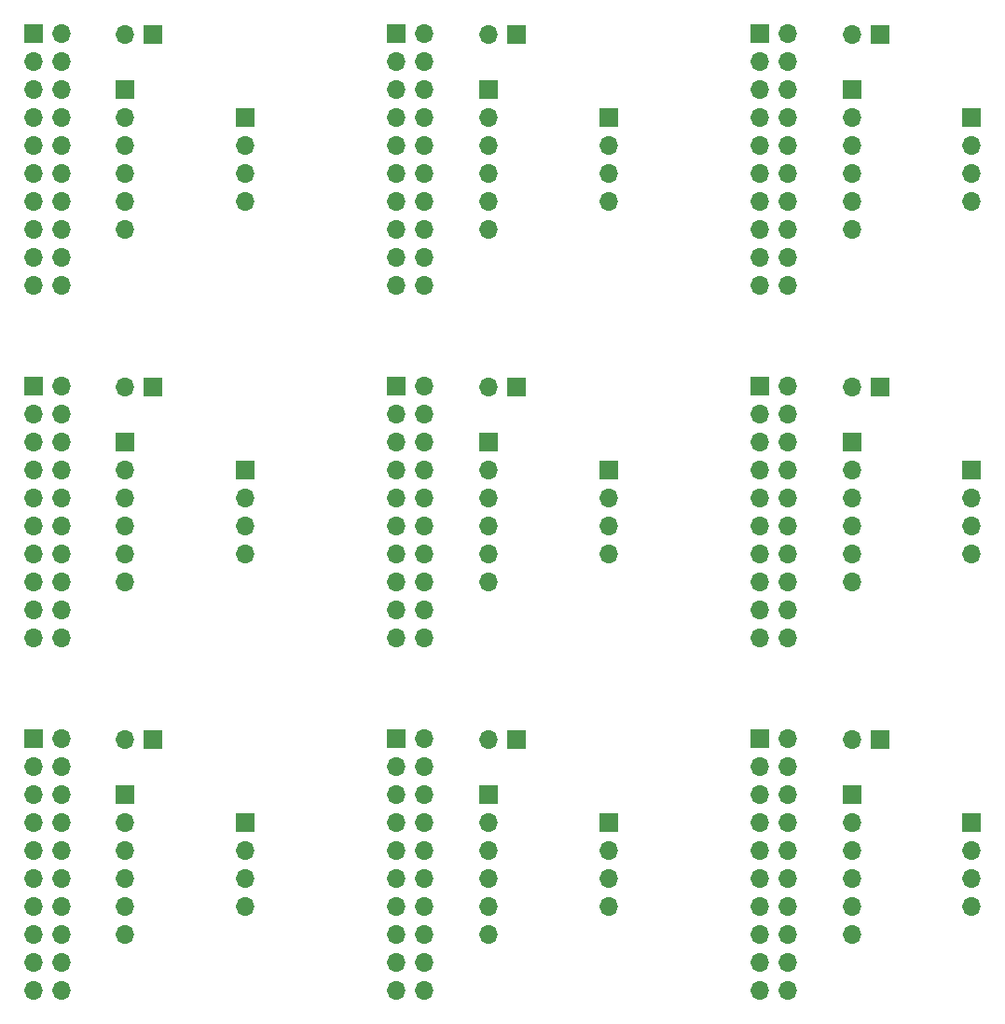
<source format=gbs>
%MOIN*%
%OFA0B0*%
%FSLAX46Y46*%
%IPPOS*%
%LPD*%
%ADD10R,0.066929133858267723X0.066929133858267723*%
%ADD11O,0.066929133858267723X0.066929133858267723*%
%ADD22R,0.066929133858267723X0.066929133858267723*%
%ADD23O,0.066929133858267723X0.066929133858267723*%
%ADD24R,0.066929133858267723X0.066929133858267723*%
%ADD25O,0.066929133858267723X0.066929133858267723*%
%ADD26R,0.066929133858267723X0.066929133858267723*%
%ADD27O,0.066929133858267723X0.066929133858267723*%
%ADD28R,0.066929133858267723X0.066929133858267723*%
%ADD29O,0.066929133858267723X0.066929133858267723*%
%ADD30R,0.066929133858267723X0.066929133858267723*%
%ADD31O,0.066929133858267723X0.066929133858267723*%
%ADD32R,0.066929133858267723X0.066929133858267723*%
%ADD33O,0.066929133858267723X0.066929133858267723*%
%ADD34R,0.066929133858267723X0.066929133858267723*%
%ADD35O,0.066929133858267723X0.066929133858267723*%
%ADD36R,0.066929133858267723X0.066929133858267723*%
%ADD37O,0.066929133858267723X0.066929133858267723*%
G01*
D10*
X0000000000Y0000000000D02*
X0000558070Y0001039370D03*
D11*
X0000458070Y0001039370D03*
X0000886811Y0000442519D03*
X0000886811Y0000542519D03*
X0000886811Y0000642519D03*
D10*
X0000886811Y0000742519D03*
X0000458070Y0000841929D03*
D11*
X0000458070Y0000741929D03*
X0000458070Y0000641929D03*
X0000458070Y0000541929D03*
X0000458070Y0000441929D03*
X0000458070Y0000341929D03*
X0000229921Y0000141732D03*
X0000129921Y0000141732D03*
X0000229921Y0000241732D03*
X0000129921Y0000241732D03*
X0000229921Y0000341732D03*
X0000129921Y0000341732D03*
X0000229921Y0000441732D03*
X0000129921Y0000441732D03*
X0000229921Y0000541732D03*
X0000129921Y0000541732D03*
X0000229921Y0000641732D03*
X0000129921Y0000641732D03*
X0000229921Y0000741732D03*
X0000129921Y0000741732D03*
X0000229921Y0000841732D03*
X0000129921Y0000841732D03*
X0000229921Y0000941732D03*
X0000129921Y0000941732D03*
X0000229921Y0001041732D03*
D10*
X0000129921Y0001041732D03*
G04 next file*
G04 Gerber Fmt 4.6, Leading zero omitted, Abs format (unit mm)*
G04 Created by KiCad (PCBNEW (6.0.9)) date 2023-10-16 16:07:20*
G01*
G04 APERTURE LIST*
G04 APERTURE END LIST*
D22*
X0000000000Y0001259842D02*
X0000558070Y0002299212D03*
D23*
X0000458070Y0002299212D03*
X0000886811Y0001702362D03*
X0000886811Y0001802362D03*
X0000886811Y0001902362D03*
D22*
X0000886811Y0002002362D03*
X0000458070Y0002101771D03*
D23*
X0000458070Y0002001771D03*
X0000458070Y0001901771D03*
X0000458070Y0001801771D03*
X0000458070Y0001701771D03*
X0000458070Y0001601771D03*
X0000229921Y0001401574D03*
X0000129921Y0001401574D03*
X0000229921Y0001501574D03*
X0000129921Y0001501574D03*
X0000229921Y0001601574D03*
X0000129921Y0001601574D03*
X0000229921Y0001701574D03*
X0000129921Y0001701574D03*
X0000229921Y0001801574D03*
X0000129921Y0001801574D03*
X0000229921Y0001901574D03*
X0000129921Y0001901574D03*
X0000229921Y0002001574D03*
X0000129921Y0002001574D03*
X0000229921Y0002101574D03*
X0000129921Y0002101574D03*
X0000229921Y0002201574D03*
X0000129921Y0002201574D03*
X0000229921Y0002301574D03*
D22*
X0000129921Y0002301574D03*
G04 next file*
G04 Gerber Fmt 4.6, Leading zero omitted, Abs format (unit mm)*
G04 Created by KiCad (PCBNEW (6.0.9)) date 2023-10-16 16:07:20*
G01*
G04 APERTURE LIST*
G04 APERTURE END LIST*
D24*
X0000000000Y0002519685D02*
X0000558070Y0003559055D03*
D25*
X0000458070Y0003559055D03*
X0000886811Y0002962204D03*
X0000886811Y0003062204D03*
X0000886811Y0003162204D03*
D24*
X0000886811Y0003262204D03*
X0000458070Y0003361614D03*
D25*
X0000458070Y0003261614D03*
X0000458070Y0003161614D03*
X0000458070Y0003061614D03*
X0000458070Y0002961614D03*
X0000458070Y0002861614D03*
X0000229921Y0002661417D03*
X0000129921Y0002661417D03*
X0000229921Y0002761417D03*
X0000129921Y0002761417D03*
X0000229921Y0002861417D03*
X0000129921Y0002861417D03*
X0000229921Y0002961417D03*
X0000129921Y0002961417D03*
X0000229921Y0003061417D03*
X0000129921Y0003061417D03*
X0000229921Y0003161417D03*
X0000129921Y0003161417D03*
X0000229921Y0003261417D03*
X0000129921Y0003261417D03*
X0000229921Y0003361417D03*
X0000129921Y0003361417D03*
X0000229921Y0003461417D03*
X0000129921Y0003461417D03*
X0000229921Y0003561417D03*
D24*
X0000129921Y0003561417D03*
G04 next file*
G04 Gerber Fmt 4.6, Leading zero omitted, Abs format (unit mm)*
G04 Created by KiCad (PCBNEW (6.0.9)) date 2023-10-16 16:07:20*
G01*
G04 APERTURE LIST*
G04 APERTURE END LIST*
D26*
X0001299212Y0000000000D02*
X0001857283Y0001039370D03*
D27*
X0001757283Y0001039370D03*
X0002186023Y0000442519D03*
X0002186023Y0000542519D03*
X0002186023Y0000642519D03*
D26*
X0002186023Y0000742519D03*
X0001757283Y0000841929D03*
D27*
X0001757283Y0000741929D03*
X0001757283Y0000641929D03*
X0001757283Y0000541929D03*
X0001757283Y0000441929D03*
X0001757283Y0000341929D03*
X0001529133Y0000141732D03*
X0001429133Y0000141732D03*
X0001529133Y0000241732D03*
X0001429133Y0000241732D03*
X0001529133Y0000341732D03*
X0001429133Y0000341732D03*
X0001529133Y0000441732D03*
X0001429133Y0000441732D03*
X0001529133Y0000541732D03*
X0001429133Y0000541732D03*
X0001529133Y0000641732D03*
X0001429133Y0000641732D03*
X0001529133Y0000741732D03*
X0001429133Y0000741732D03*
X0001529133Y0000841732D03*
X0001429133Y0000841732D03*
X0001529133Y0000941732D03*
X0001429133Y0000941732D03*
X0001529133Y0001041732D03*
D26*
X0001429133Y0001041732D03*
G04 next file*
G04 Gerber Fmt 4.6, Leading zero omitted, Abs format (unit mm)*
G04 Created by KiCad (PCBNEW (6.0.9)) date 2023-10-16 16:07:20*
G01*
G04 APERTURE LIST*
G04 APERTURE END LIST*
D28*
X0002598425Y0000000000D02*
X0003156496Y0001039370D03*
D29*
X0003056496Y0001039370D03*
X0003485236Y0000442519D03*
X0003485236Y0000542519D03*
X0003485236Y0000642519D03*
D28*
X0003485236Y0000742519D03*
X0003056496Y0000841929D03*
D29*
X0003056496Y0000741929D03*
X0003056496Y0000641929D03*
X0003056496Y0000541929D03*
X0003056496Y0000441929D03*
X0003056496Y0000341929D03*
X0002828346Y0000141732D03*
X0002728346Y0000141732D03*
X0002828346Y0000241732D03*
X0002728346Y0000241732D03*
X0002828346Y0000341732D03*
X0002728346Y0000341732D03*
X0002828346Y0000441732D03*
X0002728346Y0000441732D03*
X0002828346Y0000541732D03*
X0002728346Y0000541732D03*
X0002828346Y0000641732D03*
X0002728346Y0000641732D03*
X0002828346Y0000741732D03*
X0002728346Y0000741732D03*
X0002828346Y0000841732D03*
X0002728346Y0000841732D03*
X0002828346Y0000941732D03*
X0002728346Y0000941732D03*
X0002828346Y0001041732D03*
D28*
X0002728346Y0001041732D03*
G04 next file*
G04 Gerber Fmt 4.6, Leading zero omitted, Abs format (unit mm)*
G04 Created by KiCad (PCBNEW (6.0.9)) date 2023-10-16 16:07:20*
G01*
G04 APERTURE LIST*
G04 APERTURE END LIST*
D30*
X0001299212Y0001259842D02*
X0001857283Y0002299212D03*
D31*
X0001757283Y0002299212D03*
X0002186023Y0001702362D03*
X0002186023Y0001802362D03*
X0002186023Y0001902362D03*
D30*
X0002186023Y0002002362D03*
X0001757283Y0002101771D03*
D31*
X0001757283Y0002001771D03*
X0001757283Y0001901771D03*
X0001757283Y0001801771D03*
X0001757283Y0001701771D03*
X0001757283Y0001601771D03*
X0001529133Y0001401574D03*
X0001429133Y0001401574D03*
X0001529133Y0001501574D03*
X0001429133Y0001501574D03*
X0001529133Y0001601574D03*
X0001429133Y0001601574D03*
X0001529133Y0001701574D03*
X0001429133Y0001701574D03*
X0001529133Y0001801574D03*
X0001429133Y0001801574D03*
X0001529133Y0001901574D03*
X0001429133Y0001901574D03*
X0001529133Y0002001574D03*
X0001429133Y0002001574D03*
X0001529133Y0002101574D03*
X0001429133Y0002101574D03*
X0001529133Y0002201574D03*
X0001429133Y0002201574D03*
X0001529133Y0002301574D03*
D30*
X0001429133Y0002301574D03*
G04 next file*
G04 Gerber Fmt 4.6, Leading zero omitted, Abs format (unit mm)*
G04 Created by KiCad (PCBNEW (6.0.9)) date 2023-10-16 16:07:20*
G01*
G04 APERTURE LIST*
G04 APERTURE END LIST*
D32*
X0001299212Y0002519685D02*
X0001857283Y0003559055D03*
D33*
X0001757283Y0003559055D03*
X0002186023Y0002962204D03*
X0002186023Y0003062204D03*
X0002186023Y0003162204D03*
D32*
X0002186023Y0003262204D03*
X0001757283Y0003361614D03*
D33*
X0001757283Y0003261614D03*
X0001757283Y0003161614D03*
X0001757283Y0003061614D03*
X0001757283Y0002961614D03*
X0001757283Y0002861614D03*
X0001529133Y0002661417D03*
X0001429133Y0002661417D03*
X0001529133Y0002761417D03*
X0001429133Y0002761417D03*
X0001529133Y0002861417D03*
X0001429133Y0002861417D03*
X0001529133Y0002961417D03*
X0001429133Y0002961417D03*
X0001529133Y0003061417D03*
X0001429133Y0003061417D03*
X0001529133Y0003161417D03*
X0001429133Y0003161417D03*
X0001529133Y0003261417D03*
X0001429133Y0003261417D03*
X0001529133Y0003361417D03*
X0001429133Y0003361417D03*
X0001529133Y0003461417D03*
X0001429133Y0003461417D03*
X0001529133Y0003561417D03*
D32*
X0001429133Y0003561417D03*
G04 next file*
G04 Gerber Fmt 4.6, Leading zero omitted, Abs format (unit mm)*
G04 Created by KiCad (PCBNEW (6.0.9)) date 2023-10-16 16:07:20*
G01*
G04 APERTURE LIST*
G04 APERTURE END LIST*
D34*
X0002598425Y0001259842D02*
X0003156496Y0002299212D03*
D35*
X0003056496Y0002299212D03*
X0003485236Y0001702362D03*
X0003485236Y0001802362D03*
X0003485236Y0001902362D03*
D34*
X0003485236Y0002002362D03*
X0003056496Y0002101771D03*
D35*
X0003056496Y0002001771D03*
X0003056496Y0001901771D03*
X0003056496Y0001801771D03*
X0003056496Y0001701771D03*
X0003056496Y0001601771D03*
X0002828346Y0001401574D03*
X0002728346Y0001401574D03*
X0002828346Y0001501574D03*
X0002728346Y0001501574D03*
X0002828346Y0001601574D03*
X0002728346Y0001601574D03*
X0002828346Y0001701574D03*
X0002728346Y0001701574D03*
X0002828346Y0001801574D03*
X0002728346Y0001801574D03*
X0002828346Y0001901574D03*
X0002728346Y0001901574D03*
X0002828346Y0002001574D03*
X0002728346Y0002001574D03*
X0002828346Y0002101574D03*
X0002728346Y0002101574D03*
X0002828346Y0002201574D03*
X0002728346Y0002201574D03*
X0002828346Y0002301574D03*
D34*
X0002728346Y0002301574D03*
G04 next file*
G04 Gerber Fmt 4.6, Leading zero omitted, Abs format (unit mm)*
G04 Created by KiCad (PCBNEW (6.0.9)) date 2023-10-16 16:07:20*
G01*
G04 APERTURE LIST*
G04 APERTURE END LIST*
D36*
X0002598425Y0002519685D02*
X0003156496Y0003559055D03*
D37*
X0003056496Y0003559055D03*
X0003485236Y0002962204D03*
X0003485236Y0003062204D03*
X0003485236Y0003162204D03*
D36*
X0003485236Y0003262204D03*
X0003056496Y0003361614D03*
D37*
X0003056496Y0003261614D03*
X0003056496Y0003161614D03*
X0003056496Y0003061614D03*
X0003056496Y0002961614D03*
X0003056496Y0002861614D03*
X0002828346Y0002661417D03*
X0002728346Y0002661417D03*
X0002828346Y0002761417D03*
X0002728346Y0002761417D03*
X0002828346Y0002861417D03*
X0002728346Y0002861417D03*
X0002828346Y0002961417D03*
X0002728346Y0002961417D03*
X0002828346Y0003061417D03*
X0002728346Y0003061417D03*
X0002828346Y0003161417D03*
X0002728346Y0003161417D03*
X0002828346Y0003261417D03*
X0002728346Y0003261417D03*
X0002828346Y0003361417D03*
X0002728346Y0003361417D03*
X0002828346Y0003461417D03*
X0002728346Y0003461417D03*
X0002828346Y0003561417D03*
D36*
X0002728346Y0003561417D03*
M02*
</source>
